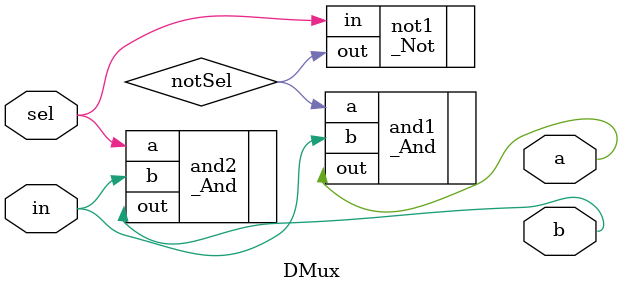
<source format=sv>
/**
 * # 1ビット2入力デマルチプレクサ
 *
 * ## author
 * dgkzoo
 */
`default_nettype none
module DMux(
	input wire in,		// in
	input wire sel,		// セレクタ
	output wire a,		// 出力a
	output wire b		// 出力b
	);

	wire notSel;
	_Not not1(.in(sel), .out(notSel));
	_And and1(.a(notSel), .b(in), .out(a));
	_And and2(.a(sel), .b(in), .out(b));
	
endmodule

</source>
